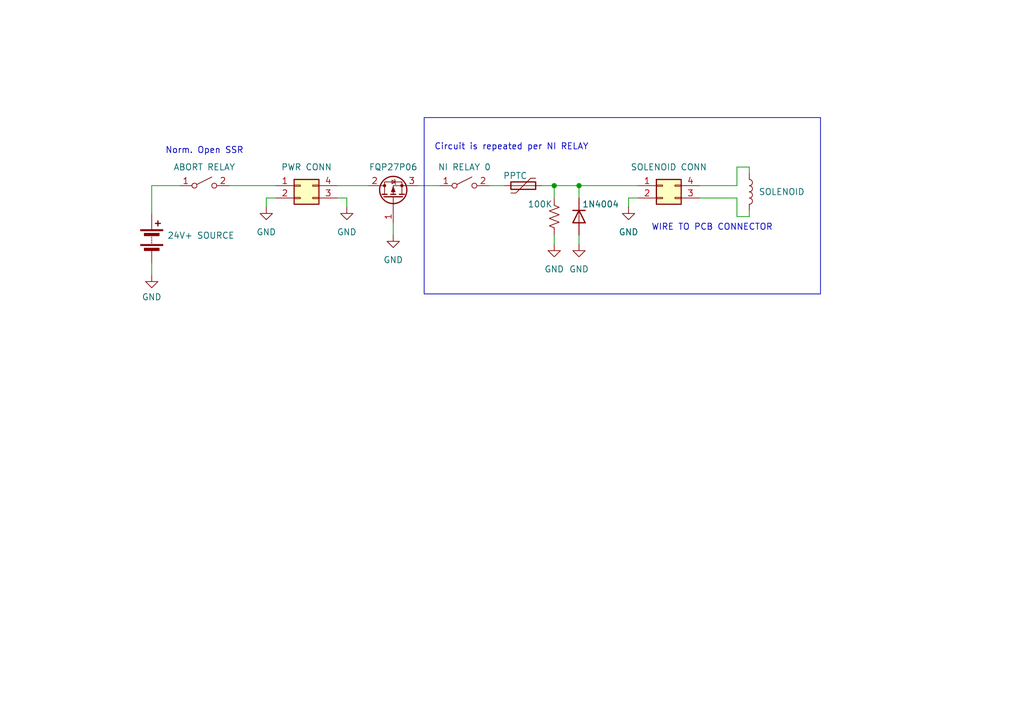
<source format=kicad_sch>
(kicad_sch (version 20250114) (generator "eeschema") (generator_version "9.0")
  (paper "A5")
  (lib_symbols
    (symbol "Connector_Generic:Conn_02x02_Counter_Clockwise" (pin_names (offset 1.016) (hide yes))
      (property "Reference" "J" (at 1.27 2.54 0))
      (property "Value" "Conn_02x02_Counter_Clockwise" (at 1.27 -5.08 0))
      (symbol "Conn_02x02_Counter_Clockwise_1_1"
        (rectangle (start -1.27 1.27) (end 3.81 -3.81) (stroke (width 0.254)) (fill (type background)))
        (rectangle (start -1.27 0.127) (end 0 -0.127) (stroke (width 0.1524)))
        (rectangle (start -1.27 -2.413) (end 0 -2.667) (stroke (width 0.1524)))
        (rectangle (start 3.81 0.127) (end 2.54 -0.127) (stroke (width 0.1524)))
        (rectangle (start 3.81 -2.413) (end 2.54 -2.667) (stroke (width 0.1524)))
        (pin passive line (at -5.08 0 0) (length 3.81) (name "Pin_1") (number "1"))
        (pin passive line (at -5.08 -2.54 0) (length 3.81) (name "Pin_2") (number "2"))
        (pin passive line (at 7.62 0 180) (length 3.81) (name "Pin_4") (number "4"))
        (pin passive line (at 7.62 -2.54 180) (length 3.81) (name "Pin_3") (number "3"))
      )
    )
    (symbol "Device:Battery" (pin_numbers (hide yes)) (pin_names (offset 0) (hide yes))
      (property "Reference" "BT" (at 2.54 2.54 0))
      (property "Value" "Battery" (at 2.54 0 0))
      (symbol "Battery_0_1"
        (rectangle (start -2.286 1.778) (end 2.286 1.524) (fill (type outline)))
        (rectangle (start -2.286 -1.27) (end 2.286 -1.524) (fill (type outline)))
        (rectangle (start -1.524 1.016) (end 1.524 0.508) (fill (type outline)))
        (rectangle (start -1.524 -2.032) (end 1.524 -2.54) (fill (type outline)))
        (polyline (pts (xy 0 1.778) (xy 0 2.54)))
        (polyline (pts (xy 0 0) (xy 0 0.254)))
        (polyline (pts (xy 0 -0.508) (xy 0 -0.254)))
        (polyline (pts (xy 0 -1.016) (xy 0 -0.762)))
        (polyline (pts (xy 0.762 3.048) (xy 1.778 3.048)) (stroke (width 0.254)))
        (polyline (pts (xy 1.27 3.556) (xy 1.27 2.54)) (stroke (width 0.254)))
      )
      (symbol "Battery_1_1"
        (pin passive line (at 0 5.08 270) (length 2.54) (name "+") (number "1"))
        (pin passive line (at 0 -5.08 90) (length 2.54) (name "-") (number "2"))
      )
    )
    (symbol "Device:D" (pin_numbers (hide yes)) (pin_names (offset 1.016) (hide yes))
      (property "Reference" "D" (at 0 2.54 0))
      (property "Value" "D" (at 0 -2.54 0))
      (symbol "D_0_1"
        (polyline (pts (xy -1.27 1.27) (xy -1.27 -1.27)) (stroke (width 0.254)))
        (polyline (pts (xy 1.27 1.27) (xy 1.27 -1.27) (xy -1.27 0) (xy 1.27 1.27)) (stroke (width 0.254)))
        (polyline (pts (xy 1.27 0) (xy -1.27 0)))
      )
      (symbol "D_1_1"
        (pin passive line (at -3.81 0 0) (length 2.54) (name "K") (number "1"))
        (pin passive line (at 3.81 0 180) (length 2.54) (name "A") (number "2"))
      )
    )
    (symbol "Device:L" (pin_numbers (hide yes)) (pin_names (offset 1.016) (hide yes))
      (property "Reference" "L" (at -1.27 0 90))
      (property "Value" "L" (at 1.905 0 90))
      (symbol "L_0_1"
        (arc (start 0 2.54) (mid 0.6323 1.905) (end 0 1.27))
        (arc (start 0 1.27) (mid 0.6323 0.635) (end 0 0))
        (arc (start 0 0) (mid 0.6323 -0.635) (end 0 -1.27))
        (arc (start 0 -1.27) (mid 0.6323 -1.905) (end 0 -2.54))
      )
      (symbol "L_1_1"
        (pin passive line (at 0 3.81 270) (length 1.27) (name "1") (number "1"))
        (pin passive line (at 0 -3.81 90) (length 1.27) (name "2") (number "2"))
      )
    )
    (symbol "Device:Polyfuse" (pin_numbers (hide yes)) (pin_names (offset 0))
      (property "Reference" "F" (at -2.54 0 90))
      (property "Value" "Polyfuse" (at 2.54 0 90))
      (symbol "Polyfuse_0_1"
        (polyline (pts (xy -1.524 2.54) (xy -1.524 1.524) (xy 1.524 -1.524) (xy 1.524 -2.54)))
        (rectangle (start -0.762 2.54) (end 0.762 -2.54) (stroke (width 0.254)))
        (polyline (pts (xy 0 2.54) (xy 0 -2.54)))
      )
      (symbol "Polyfuse_1_1"
        (pin passive line (at 0 3.81 270) (length 1.27) (name "~") (number "1"))
        (pin passive line (at 0 -3.81 90) (length 1.27) (name "~") (number "2"))
      )
    )
    (symbol "Device:R_US" (pin_numbers (hide yes)) (pin_names (offset 0))
      (property "Reference" "R" (at 2.54 0 90))
      (property "Value" "R_US" (at -2.54 0 90))
      (symbol "R_US_0_1"
        (polyline (pts (xy 0 2.286) (xy 0 2.54)))
        (polyline (pts (xy 0 2.286) (xy 1.016 1.905) (xy 0 1.524) (xy -1.016 1.143) (xy 0 0.762)))
        (polyline (pts (xy 0 0.762) (xy 1.016 0.381) (xy 0 0) (xy -1.016 -0.381) (xy 0 -0.762)))
        (polyline (pts (xy 0 -0.762) (xy 1.016 -1.143) (xy 0 -1.524) (xy -1.016 -1.905) (xy 0 -2.286)))
        (polyline (pts (xy 0 -2.286) (xy 0 -2.54)))
      )
      (symbol "R_US_1_1"
        (pin passive line (at 0 3.81 270) (length 1.27) (name "~") (number "1"))
        (pin passive line (at 0 -3.81 90) (length 1.27) (name "~") (number "2"))
      )
    )
    (symbol "Switch:SW_SPST" (pin_names (offset 0) (hide yes))
      (property "Reference" "SW" (at 0 3.175 0))
      (property "Value" "SW_SPST" (at 0 -2.54 0))
      (symbol "SW_SPST_0_0"
        (circle (center -2.032 0) (radius 0.508))
        (polyline (pts (xy -1.524 0.254) (xy 1.524 1.778)))
        (circle (center 2.032 0) (radius 0.508))
      )
      (symbol "SW_SPST_1_1"
        (pin passive line (at -5.08 0 0) (length 2.54) (name "A") (number "1"))
        (pin passive line (at 5.08 0 180) (length 2.54) (name "B") (number "2"))
      )
    )
    (symbol "Transistor_FET:FQP27P06" (pin_names (hide yes))
      (property "Reference" "Q" (at 5.08 1.905 0))
      (property "Value" "FQP27P06" (at 5.08 0 0))
      (symbol "FQP27P06_0_1"
        (polyline (pts (xy 0.254 1.905) (xy 0.254 -1.905)) (stroke (width 0.254)))
        (polyline (pts (xy 0.254 0) (xy -2.54 0)))
        (polyline (pts (xy 0.762 2.286) (xy 0.762 1.27)) (stroke (width 0.254)))
        (polyline (pts (xy 0.762 1.778) (xy 3.302 1.778) (xy 3.302 -1.778) (xy 0.762 -1.778)))
        (polyline (pts (xy 0.762 0.508) (xy 0.762 -0.508)) (stroke (width 0.254)))
        (polyline (pts (xy 0.762 -1.27) (xy 0.762 -2.286)) (stroke (width 0.254)))
        (circle (center 1.651 0) (radius 2.794) (stroke (width 0.254)))
        (polyline (pts (xy 2.286 0) (xy 1.27 0.381) (xy 1.27 -0.381) (xy 2.286 0)) (fill (type outline)))
        (polyline (pts (xy 2.54 2.54) (xy 2.54 1.778)))
        (circle (center 2.54 1.778) (radius 0.254) (fill (type outline)))
        (circle (center 2.54 -1.778) (radius 0.254) (fill (type outline)))
        (polyline (pts (xy 2.54 -2.54) (xy 2.54 0) (xy 0.762 0)))
        (polyline (pts (xy 2.794 -0.508) (xy 2.921 -0.381) (xy 3.683 -0.381) (xy 3.81 -0.254)))
        (polyline (pts (xy 3.302 -0.381) (xy 2.921 0.254) (xy 3.683 0.254) (xy 3.302 -0.381)))
      )
      (symbol "FQP27P06_1_1"
        (pin input line (at -5.08 0 0) (length 2.54) (name "G") (number "1"))
        (pin passive line (at 2.54 5.08 270) (length 2.54) (name "D") (number "2"))
        (pin passive line (at 2.54 -5.08 90) (length 2.54) (name "S") (number "3"))
      )
    )
    (symbol "power:GND" (power) (pin_numbers (hide yes)) (pin_names (offset 0) (hide yes))
      (property "Value" "GND" (at 0 -3.81 0))
      (symbol "GND_0_1"
        (polyline (pts (xy 0 0) (xy 0 -1.27) (xy 1.27 -1.27) (xy 0 -2.54) (xy -1.27 -1.27) (xy 0 -1.27)))
      )
      (symbol "GND_1_1"
        (pin power_in line (at 0 0 270) (length 0) (name "~") (number "1"))
      )
    )
  )
  (rectangle (start 86.995 24.13) (end 168.275 60.325))
  (text "WIRE TO PCB CONNECTOR" (at 146.05 46.736 0) (effects (font (size 1.27 1.27))))
  (text "Circuit is repeated per NI RELAY" (at 104.902 30.226 0) (effects (font (size 1.27 1.27))))
  (text "Norm. Open SSR " (at 42.418 30.988 0) (effects (font (size 1.27 1.27))))
  (junction (at 118.745 38.1))
  (junction (at 113.665 38.1))
  (wire (pts (xy 153.67 44.45) (xy 153.67 43.18)))
  (wire (pts (xy 31.115 53.975) (xy 31.115 56.515)))
  (wire (pts (xy 54.61 40.64) (xy 56.515 40.64)))
  (wire (pts (xy 128.905 40.64) (xy 130.81 40.64)))
  (wire (pts (xy 80.645 48.26) (xy 80.645 45.72)))
  (wire (pts (xy 100.33 38.1) (xy 103.505 38.1)))
  (wire (pts (xy 113.665 38.1) (xy 118.745 38.1)))
  (wire (pts (xy 71.12 42.545) (xy 71.12 40.64)))
  (wire (pts (xy 118.745 38.1) (xy 130.81 38.1)))
  (wire (pts (xy 118.745 50.165) (xy 118.745 48.26)))
  (wire (pts (xy 111.125 38.1) (xy 113.665 38.1)))
  (wire (pts (xy 151.13 40.64) (xy 151.13 44.45)))
  (wire (pts (xy 143.51 40.64) (xy 151.13 40.64)))
  (wire (pts (xy 118.745 40.64) (xy 118.745 38.1)))
  (wire (pts (xy 151.13 38.1) (xy 151.13 34.29)))
  (wire (pts (xy 54.61 42.545) (xy 54.61 40.64)))
  (wire (pts (xy 31.115 43.815) (xy 31.115 38.1)))
  (wire (pts (xy 113.665 50.165) (xy 113.665 48.26)))
  (wire (pts (xy 31.115 38.1) (xy 36.83 38.1)))
  (wire (pts (xy 143.51 38.1) (xy 151.13 38.1)))
  (wire (pts (xy 75.565 38.1) (xy 69.215 38.1)))
  (wire (pts (xy 151.13 44.45) (xy 153.67 44.45)))
  (wire (pts (xy 71.12 40.64) (xy 69.215 40.64)))
  (wire (pts (xy 151.13 34.29) (xy 153.67 34.29)))
  (wire (pts (xy 46.99 38.1) (xy 56.515 38.1)))
  (wire (pts (xy 113.665 38.1) (xy 113.665 40.64)))
  (wire (pts (xy 128.905 42.545) (xy 128.905 40.64)))
  (wire (pts (xy 153.67 34.29) (xy 153.67 35.56)))
  (wire (pts (xy 85.725 38.1) (xy 90.17 38.1)))
  (symbol (lib_id "power:GND") (at 118.745 50.165 0) (mirror y) (unit 1)
    (property "Reference" "#PWR06" (effects (hide yes)))
    (property "Value" "GND" (at 118.745 55.245 0))
    (property "Description" "Power symbol creates a global label with name \"GND\" , ground" (effects (hide yes)))
  )
  (symbol (lib_id "Device:L") (at 153.67 39.37 0) (unit 1)
    (property "Reference" "L1" (effects (hide yes)))
    (property "Value" "SOLENOID" (at 155.575 39.3699 0) (effects (justify left)))
    (property "Description" "Inductor" (effects (hide yes)))
  )
  (symbol (lib_id "Connector_Generic:Conn_02x02_Counter_Clockwise") (at 61.595 38.1 0) (unit 1)
    (property "Reference" "J1" (effects (hide yes)))
    (property "Value" "PWR CONN" (at 62.865 34.29 0))
    (property "Description" "Generic connector, double row, 02x02, counter clockwise pin numbering scheme (similar to DIP package numbering), script generated (kicad-library-utils/schlib/autogen/connector/)" (effects (hide yes)))
  )
  (symbol (lib_id "Device:Polyfuse") (at 107.315 38.1 90) (unit 1)
    (property "Reference" "F1" (effects (hide yes)))
    (property "Value" "PPTC" (at 105.664 36.068 90))
    (property "Description" "Resettable fuse, polymeric positive temperature coefficient" (effects (hide yes)))
  )
  (symbol (lib_id "Device:R_US") (at 113.665 44.45 0) (unit 1)
    (property "Reference" "R1" (effects (hide yes)))
    (property "Value" "100K" (at 108.204 41.91 0) (effects (justify left)))
    (property "Description" "Resistor, US symbol" (effects (hide yes)))
  )
  (symbol (lib_id "Connector_Generic:Conn_02x02_Counter_Clockwise") (at 135.89 38.1 0) (unit 1)
    (property "Reference" "J2" (effects (hide yes)))
    (property "Value" "SOLENOID CONN" (at 137.16 34.29 0))
    (property "Description" "Generic connector, double row, 02x02, counter clockwise pin numbering scheme (similar to DIP package numbering), script generated (kicad-library-utils/schlib/autogen/connector/)" (effects (hide yes)))
  )
  (symbol (lib_id "power:GND") (at 71.12 42.545 0) (mirror y) (unit 1)
    (property "Reference" "#PWR04" (effects (hide yes)))
    (property "Value" "GND" (at 71.12 47.625 0))
    (property "Description" "Power symbol creates a global label with name \"GND\" , ground" (effects (hide yes)))
  )
  (symbol (lib_id "Device:Battery") (at 31.115 48.895 0) (unit 1)
    (property "Reference" "BT1" (effects (hide yes)))
    (property "Value" "24V+ SOURCE" (at 34.29 48.3234 0) (effects (justify left)))
    (property "Description" "Multiple-cell battery" (effects (hide yes)))
  )
  (symbol (lib_id "power:GND") (at 80.645 48.26 0) (mirror y) (unit 1)
    (property "Reference" "#PWR03" (effects (hide yes)))
    (property "Value" "GND" (at 80.645 53.34 0))
    (property "Description" "Power symbol creates a global label with name \"GND\" , ground" (effects (hide yes)))
  )
  (symbol (lib_id "Switch:SW_SPST") (at 95.25 38.1 0) (unit 1)
    (property "Reference" "SW2" (effects (hide yes)))
    (property "Value" "NI RELAY 0" (at 95.25 34.29 0))
    (property "Description" "Single Pole Single Throw (SPST) switch" (effects (hide yes)))
  )
  (symbol (lib_id "power:GND") (at 113.665 50.165 0) (mirror y) (unit 1)
    (property "Reference" "#PWR05" (effects (hide yes)))
    (property "Value" "GND" (at 113.665 55.245 0))
    (property "Description" "Power symbol creates a global label with name \"GND\" , ground" (effects (hide yes)))
  )
  (symbol (lib_id "Switch:SW_SPST") (at 41.91 38.1 0) (unit 1)
    (property "Reference" "SW1" (effects (hide yes)))
    (property "Value" "ABORT RELAY" (at 41.91 34.29 0))
    (property "Description" "Single Pole Single Throw (SPST) switch" (effects (hide yes)))
  )
  (symbol (lib_id "power:GND") (at 54.61 42.545 0) (unit 1)
    (property "Reference" "#PWR02" (effects (hide yes)))
    (property "Value" "GND" (at 54.61 47.625 0))
    (property "Description" "Power symbol creates a global label with name \"GND\" , ground" (effects (hide yes)))
  )
  (symbol (lib_id "power:GND") (at 128.905 42.545 0) (unit 1)
    (property "Reference" "#PWR07" (effects (hide yes)))
    (property "Value" "GND" (at 128.905 47.625 0))
    (property "Description" "Power symbol creates a global label with name \"GND\" , ground" (effects (hide yes)))
  )
  (symbol (lib_id "power:GND") (at 31.115 56.515 0) (unit 1)
    (property "Reference" "#PWR01" (effects (hide yes)))
    (property "Value" "GND" (at 31.115 60.96 0))
    (property "Description" "Power symbol creates a global label with name \"GND\" , ground" (effects (hide yes)))
  )
  (symbol (lib_id "Device:D") (at 118.745 44.45 270) (unit 1)
    (property "Reference" "D1" (effects (hide yes)))
    (property "Value" "1N4004" (at 119.38 41.91 90) (effects (justify left)))
    (property "Description" "Diode" (effects (hide yes)))
    (property "Sim.Device" "D" (effects (hide yes)))
    (property "Sim.Pins" "1=K 2=A" (effects (hide yes)))
  )
  (symbol (lib_id "Transistor_FET:FQP27P06") (at 80.645 40.64 90) (unit 1)
    (property "Reference" "Q1" (effects (hide yes)))
    (property "Value" "FQP27P06" (at 80.645 34.29 90))
    (property "Footprint" "Package_TO_SOT_THT:TO-220-3_Horizontal_TabDown" (effects (hide yes)))
    (property "Datasheet" "https://www.onsemi.com/pub/Collateral/FQP27P06-D.PDF" (effects (hide yes)))
    (property "Description" "-27A Id, -60V Vds, QFET P-Channel MOSFET, TO-220" (effects (hide yes)))
  )
)
</source>
